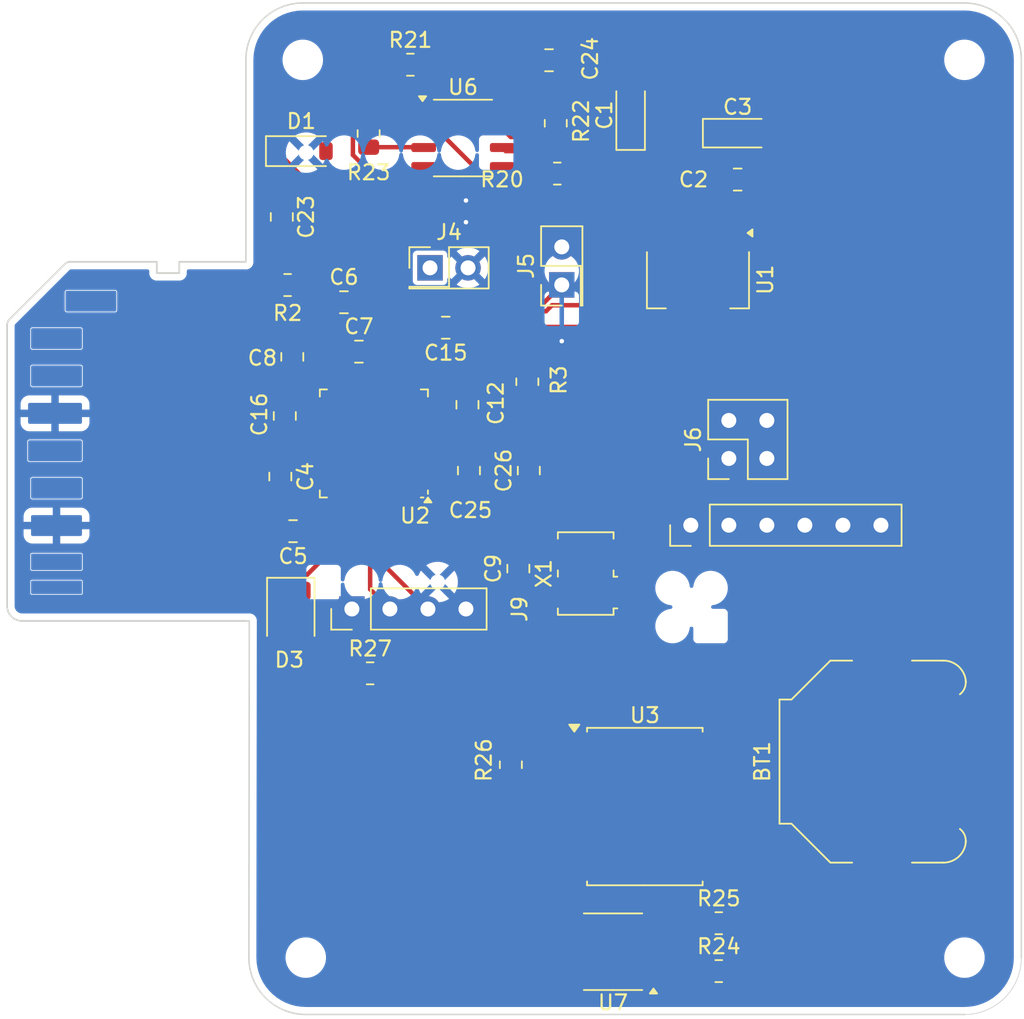
<source format=kicad_pcb>
(kicad_pcb (version 20241229) (generator "pcbnew") (generator_version "9.0")
  (layers (0 "F.Cu" signal) (2 "B.Cu" power) (13 "F.Paste" user) (15 "B.Paste" user) (5 "F.SilkS" user "F.Silkscreen") (7 "B.SilkS" user "B.Silkscreen") (1 "F.Mask" user) (3 "B.Mask" user) (25 "Edge.Cuts" user))
  (net 0 "")
  (net 1 "/Other/VBAT")
  (net 2 "GND")
  (net 3 "+3V3")
  (net 4 "+1V2")
  (net 5 "/VPP_2V5")
  (net 6 "Net-(D3-A)")
  (net 7 "LED0")
  (net 8 "/CDONE")
  (net 9 "/~{CRESET_B}")
  (net 10 "/ICE_SS")
  (net 11 "Net-(J5-Pin_2)")
  (net 12 "/ICE_MISO")
  (net 13 "/FLASH_MISO")
  (net 14 "/FLASH_MOSI")
  (net 15 "/ICE_MOSI")
  (net 16 "/ICE_SCK")
  (net 17 "USER0")
  (net 18 "USER1")
  (net 19 "USER5")
  (net 20 "USER3")
  (net 21 "USER4")
  (net 22 "USER2")
  (net 23 "I2C_SDA")
  (net 24 "I2C_SCL")
  (net 25 "Net-(U2D-VCCPLL)")
  (net 26 "Net-(U6-IO3)")
  (net 27 "Net-(U6-IO2)")
  (net 28 "RTCSQWAVE")
  (net 29 "BUTTON0")
  (net 30 "BLUE0")
  (net 31 "DACCLK")
  (net 32 "BLUE3")
  (net 33 "~{VGABLANK}")
  (net 34 "GREEN3")
  (net 35 "VSYNC")
  (net 37 "BLUE2")
  (net 38 "BLUE1")
  (net 39 "GLOBAL_CLK")
  (net 40 "HSYNC")
  (net 43 "CLK")
  (net 44 "+3.3V")
  (net 45 "CD")
  (net 46 "DAT1")
  (net 47 "CMD")
  (net 48 "DAT0")
  (net 49 "DAT2")
  (footprint "Resistor_SMD:R_0805_2012Metric" (layer "F.Cu") (at 57.9875 75.325)
    (property "Reference" "R21" (at 0 -1.65 0) (layer "F.SilkS"))
    (property "Value" "10K")
    (pad "1" smd roundrect (at -0.9125 0) (size 1.025 1.4) (layers "F.Cu" "F.Mask" "F.Paste") (roundrect_rratio 0.243902) (net 3 "+3V3"))
    (pad "2" smd roundrect (at 0.9125 0) (size 1.025 1.4) (layers "F.Cu" "F.Mask" "F.Paste") (roundrect_rratio 0.243902) (net 11 "Net-(J5-Pin_2)"))
  )
  (footprint "Diode_SMD:D_SOD-123" (layer "F.Cu") (at 50.7 81.1)
    (property "Reference" "D1" (at 0 -2 0) (layer "F.SilkS"))
    (property "Value" "MBR130")
    (pad "1" smd roundrect (at -1.65 0) (size 0.9 1.2) (layers "F.Cu" "F.Mask" "F.Paste") (net 5 "/VPP_2V5"))
    (pad "2" smd roundrect (at 1.65 0) (size 0.9 1.2) (layers "F.Cu" "F.Mask" "F.Paste") (net 3 "+3V3"))
  )
  (footprint "Capacitor_SMD:C_0805_2012Metric" (layer "F.Cu") (at 49.6 98.8 90)
    (property "Reference" "C16" (at 0.1 -1.7 90) (layer "F.SilkS"))
    (property "Value" "10u")
    (pad "1" smd roundrect (at -0.95 0 90) (size 1 1.45) (layers "F.Cu" "F.Mask" "F.Paste") (net 4 "+1V2"))
    (pad "2" smd roundrect (at 0.95 0 90) (size 1 1.45) (layers "F.Cu" "F.Mask" "F.Paste") (net 2 "GND"))
  )
  (footprint "Capacitor_SMD:C_0805_2012Metric" (layer "F.Cu") (at 65.2 109 90)
    (property "Reference" "C9" (at 0 -1.68 90) (layer "F.SilkS"))
    (property "Value" "0.1u")
    (pad "1" smd roundrect (at -0.95 0 90) (size 1 1.45) (layers "F.Cu" "F.Mask" "F.Paste") (net 3 "+3V3"))
    (pad "2" smd roundrect (at 0.95 0 90) (size 1 1.45) (layers "F.Cu" "F.Mask" "F.Paste") (net 2 "GND"))
  )
  (footprint "Package_SO:SOIC-16W_7.5x10.3mm_P1.27mm" (layer "F.Cu") (at 73.65 124.905)
    (property "Reference" "U3" (at 0 -6.1 0) (layer "F.SilkS"))
    (property "Value" "DS3231M")
    (pad "1" smd roundrect (at -4.65 -4.445) (size 2.05 0.6) (layers "F.Cu" "F.Mask" "F.Paste"))
    (pad "2" smd roundrect (at -4.65 -3.175) (size 2.05 0.6) (layers "F.Cu" "F.Mask" "F.Paste") (net 3 "+3V3"))
    (pad "3" smd roundrect (at -4.65 -1.905) (size 2.05 0.6) (layers "F.Cu" "F.Mask" "F.Paste") (net 28 "RTCSQWAVE"))
    (pad "4" smd roundrect (at -4.65 -0.635) (size 2.05 0.6) (layers "F.Cu" "F.Mask" "F.Paste"))
    (pad "5" smd roundrect (at -4.65 0.635) (size 2.05 0.6) (layers "F.Cu" "F.Mask" "F.Paste") (net 2 "GND"))
    (pad "6" smd roundrect (at -4.65 1.905) (size 2.05 0.6) (layers "F.Cu" "F.Mask" "F.Paste") (net 2 "GND"))
    (pad "7" smd roundrect (at -4.65 3.175) (size 2.05 0.6) (layers "F.Cu" "F.Mask" "F.Paste") (net 2 "GND"))
    (pad "8" smd roundrect (at -4.65 4.445) (size 2.05 0.6) (layers "F.Cu" "F.Mask" "F.Paste") (net 2 "GND"))
    (pad "9" smd roundrect (at 4.65 4.445) (size 2.05 0.6) (layers "F.Cu" "F.Mask" "F.Paste") (net 2 "GND"))
    (pad "10" smd roundrect (at 4.65 3.175) (size 2.05 0.6) (layers "F.Cu" "F.Mask" "F.Paste") (net 2 "GND"))
    (pad "11" smd roundrect (at 4.65 1.905) (size 2.05 0.6) (layers "F.Cu" "F.Mask" "F.Paste") (net 2 "GND"))
    (pad "12" smd roundrect (at 4.65 0.635) (size 2.05 0.6) (layers "F.Cu" "F.Mask" "F.Paste") (net 2 "GND"))
    (pad "13" smd roundrect (at 4.65 -0.635) (size 2.05 0.6) (layers "F.Cu" "F.Mask" "F.Paste") (net 2 "GND"))
    (pad "14" smd roundrect (at 4.65 -1.905) (size 2.05 0.6) (layers "F.Cu" "F.Mask" "F.Paste") (net 1 "/Other/VBAT"))
    (pad "15" smd roundrect (at 4.65 -3.175) (size 2.05 0.6) (layers "F.Cu" "F.Mask" "F.Paste") (net 23 "I2C_SDA"))
    (pad "16" smd roundrect (at 4.65 -4.445) (size 2.05 0.6) (layers "F.Cu" "F.Mask" "F.Paste") (net 24 "I2C_SCL"))
  )
  (footprint "Capacitor_Tantalum_SMD:CP_EIA-3216-10_Kemet-I" (layer "F.Cu") (at 79.8475 79.9)
    (property "Reference" "C3" (at 0 -1.75 0) (layer "F.SilkS"))
    (property "Value" "10u")
    (pad "1" smd roundrect (at -1.3525 0) (size 1.415 1.39) (layers "F.Cu" "F.Mask" "F.Paste") (roundrect_rratio 0.179856) (net 4 "+1V2"))
    (pad "2" smd roundrect (at 1.3525 0) (size 1.415 1.39) (layers "F.Cu" "F.Mask" "F.Paste") (roundrect_rratio 0.179856) (net 2 "GND"))
  )
  (footprint "Capacitor_SMD:C_0805_2012Metric" (layer "F.Cu") (at 53.55 91.2)
    (property "Reference" "C6" (at 0 -1.68 0) (layer "F.SilkS"))
    (property "Value" "0.1u")
    (pad "1" smd roundrect (at -0.95 0) (size 1 1.45) (layers "F.Cu" "F.Mask" "F.Paste") (net 5 "/VPP_2V5"))
    (pad "2" smd roundrect (at 0.95 0) (size 1 1.45) (layers "F.Cu" "F.Mask" "F.Paste") (net 2 "GND"))
  )
  (footprint "Package_TO_SOT_SMD:SOT-223-3_TabPin2" (layer "F.Cu") (at 77.2 89.7 -90)
    (property "Reference" "U1" (at 0 -4.5 90) (layer "F.SilkS"))
    (property "Value" "AZ1117-1.2")
    (pad "1" smd roundrect (at -3.15 -2.3 270) (size 2 1.5) (layers "F.Cu" "F.Mask" "F.Paste") (net 2 "GND"))
    (pad "2" smd roundrect (at -3.15 0 270) (size 2 1.5) (layers "F.Cu" "F.Mask" "F.Paste") (net 4 "+1V2"))
    (pad "2" smd roundrect (at 3.15 0 270) (size 2 3.8) (layers "F.Cu" "F.Mask" "F.Paste") (net 4 "+1V2"))
    (pad "3" smd roundrect (at -3.15 2.3 270) (size 2 1.5) (layers "F.Cu" "F.Mask" "F.Paste") (net 3 "+3V3"))
  )
  (footprint "Capacitor_SMD:C_0805_2012Metric" (layer "F.Cu") (at 61.8 98.05 90)
    (property "Reference" "C12" (at 0.1 1.9 90) (layer "F.SilkS"))
    (property "Value" "0.1u")
    (pad "1" smd roundrect (at -0.95 0 90) (size 1 1.45) (layers "F.Cu" "F.Mask" "F.Paste") (net 4 "+1V2"))
    (pad "2" smd roundrect (at 0.95 0 90) (size 1 1.45) (layers "F.Cu" "F.Mask" "F.Paste") (net 2 "GND"))
  )
  (footprint "MountingHole:MountingHole_2.2mm_M2" (layer "F.Cu") (at 51 135)
    (property "Reference" "H3")
    (property "Value" "HOLE")
    (pad "" np_thru_hole circle (at 0 0) (size 2.2 2.2) (drill 2.2) (layers "*.Cu" "*.Mask"))
  )
  (footprint "Oscillator:Oscillator_SMD_SeikoEpson_SG8002LB-4Pin_5.0x3.2mm" (layer "F.Cu") (at 69.7 109.33 90)
    (property "Reference" "X1" (at 0 -2.8 90) (layer "F.SilkS"))
    (property "Value" "MPUOSC")
    (pad "1" smd roundrect (at -1.27 1.1 90) (size 1.6 1.5) (layers "F.Cu" "F.Mask" "F.Paste") (roundrect_rratio 0.166667) (net 3 "+3V3"))
    (pad "2" smd roundrect (at 1.27 1.1 90) (size 1.6 1.5) (layers "F.Cu" "F.Mask" "F.Paste") (roundrect_rratio 0.166667) (net 2 "GND"))
    (pad "3" smd roundrect (at 1.27 -1.1 90) (size 1.6 1.5) (layers "F.Cu" "F.Mask" "F.Paste") (roundrect_rratio 0.166667) (net 39 "GLOBAL_CLK"))
    (pad "4" smd roundrect (at -1.27 -1.1 90) (size 1.6 1.5) (layers "F.Cu" "F.Mask" "F.Paste") (roundrect_rratio 0.166667) (net 3 "+3V3"))
  )
  (footprint "Resistor_SMD:R_0805_2012Metric" (layer "F.Cu") (at 64.7 122.1125 -90)
    (property "Reference" "R26" (at -0.3125 1.8 90) (layer "F.SilkS"))
    (property "Value" "4.7K")
    (pad "1" smd roundrect (at -0.9125 0 270) (size 1.025 1.4) (layers "F.Cu" "F.Mask" "F.Paste") (roundrect_rratio 0.243902) (net 3 "+3V3"))
    (pad "2" smd roundrect (at 0.9125 0 270) (size 1.025 1.4) (layers "F.Cu" "F.Mask" "F.Paste") (roundrect_rratio 0.243902) (net 28 "RTCSQWAVE"))
  )
  (footprint "Connector_PinHeader_2.54mm:PinHeader_1x06_P2.54mm_Vertical" (layer "F.Cu") (at 76.72 106.1 90)
    (property "Reference" "J7")
    (property "Value" "Conn_01x06")
    (pad "1" thru_hole rect (at 0 0 90) (size 1.7 1.7) (drill 1) (layers "*.Cu" "*.Mask") (net 3 "+3V3"))
    (pad "2" thru_hole circle (at 0 2.54 90) (size 1.7 1.7) (drill 1) (layers "*.Cu" "*.Mask") (net 14 "/FLASH_MOSI"))
    (pad "3" thru_hole circle (at 0 5.08 90) (size 1.7 1.7) (drill 1) (layers "*.Cu" "*.Mask") (net 13 "/FLASH_MISO"))
    (pad "4" thru_hole circle (at 0 7.62 90) (size 1.7 1.7) (drill 1) (layers "*.Cu" "*.Mask") (net 16 "/ICE_SCK"))
    (pad "5" thru_hole circle (at 0 10.16 90) (size 1.7 1.7) (drill 1) (layers "*.Cu" "*.Mask") (net 10 "/ICE_SS"))
    (pad "6" thru_hole circle (at 0 12.7 90) (size 1.7 1.7) (drill 1) (layers "*.Cu" "*.Mask") (net 2 "GND"))
  )
  (footprint "Resistor_SMD:R_0805_2012Metric" (layer "F.Cu") (at 78.5875 132.7)
    (property "Reference" "R25" (at 0 -1.65 0) (layer "F.SilkS"))
    (property "Value" "4.7K")
    (pad "1" smd roundrect (at -0.9125 0) (size 1.025 1.4) (layers "F.Cu" "F.Mask" "F.Paste") (roundrect_rratio 0.243902) (net 3 "+3V3"))
    (pad "2" smd roundrect (at 0.9125 0) (size 1.025 1.4) (layers "F.Cu" "F.Mask" "F.Paste") (roundrect_rratio 0.243902) (net 23 "I2C_SDA"))
  )
  (footprint "Connector_PinHeader_2.54mm:PinHeader_2x01_P2.54mm_Vertical" (layer "F.Cu") (at 59.3 88.9)
    (property "Reference" "J4" (at 1.27 -2.38 0) (layer "F.SilkS"))
    (property "Value" "Conn_02x01")
    (pad "1" thru_hole rect (at 0 0) (size 1.7 1.7) (drill 1) (layers "*.Cu" "*.Mask") (net 9 "/~{CRESET_B}"))
    (pad "2" thru_hole circle (at 2.54 0) (size 1.7 1.7) (drill 1) (layers "*.Cu" "*.Mask") (net 2 "GND"))
  )
  (footprint "Capacitor_SMD:C_0805_2012Metric" (layer "F.Cu") (at 50.1 94.85 90)
    (property "Reference" "C8" (at -0.075 -2 0) (layer "F.SilkS"))
    (property "Value" "10n")
    (pad "1" smd roundrect (at -0.95 0 90) (size 1 1.45) (layers "F.Cu" "F.Mask" "F.Paste") (net 3 "+3V3"))
    (pad "2" smd roundrect (at 0.95 0 90) (size 1 1.45) (layers "F.Cu" "F.Mask" "F.Paste") (net 2 "GND"))
  )
  (footprint "Package_DFN_QFN:QFN-48-1EP_7x7mm_P0.5mm_EP5.6x5.6mm" (layer "F.Cu") (at 55.55 100.6375 180)
    (property "Reference" "U2" (at -2.75 -4.83 0) (layer "F.SilkS"))
    (property "Value" "ICE40UP5K-SG48ITR")
    (pad "1" smd roundrect (at -3.4375 -2.75 180) (size 0.875 0.25) (layers "F.Cu" "F.Mask" "F.Paste") (net 3 "+3V3"))
    (pad "2" smd roundrect (at -3.4375 -2.25 180) (size 0.875 0.25) (layers "F.Cu" "F.Mask" "F.Paste") (net 21 "USER4"))
    (pad "3" smd roundrect (at -3.4375 -1.75 180) (size 0.875 0.25) (layers "F.Cu" "F.Mask" "F.Paste") (net 19 "USER5"))
    (pad "4" smd roundrect (at -3.4375 -1.25 180) (size 0.875 0.25) (layers "F.Cu" "F.Mask" "F.Paste"))
    (pad "5" smd roundrect (at -3.4375 -0.75 180) (size 0.875 0.25) (layers "F.Cu" "F.Mask" "F.Paste") (net 4 "+1V2"))
    (pad "6" smd roundrect (at -3.4375 -0.25 180) (size 0.875 0.25) (layers "F.Cu" "F.Mask" "F.Paste"))
    (pad "7" smd roundrect (at -3.4375 0.25 180) (size 0.875 0.25) (layers "F.Cu" "F.Mask" "F.Paste") (net 8 "/CDONE"))
    (pad "8" smd roundrect (at -3.4375 0.75 180) (size 0.875 0.25) (layers "F.Cu" "F.Mask" "F.Paste") (net 9 "/~{CRESET_B}"))
    (pad "9" smd roundrect (at -3.4375 1.25 180) (size 0.875 0.25) (layers "F.Cu" "F.Mask" "F.Paste") (net 40 "HSYNC"))
    (pad "10" smd roundrect (at -3.4375 1.75 180) (size 0.875 0.25) (layers "F.Cu" "F.Mask" "F.Paste") (net 35 "VSYNC"))
    (pad "11" smd roundrect (at -3.4375 2.25 180) (size 0.875 0.25) (layers "F.Cu" "F.Mask" "F.Paste") (net 31 "DACCLK"))
    (pad "12" smd roundrect (at -3.4375 2.75 180) (size 0.875 0.25) (layers "F.Cu" "F.Mask" "F.Paste") (net 32 "BLUE3"))
    (pad "13" smd roundrect (at -2.75 3.4375 180) (size 0.25 0.875) (layers "F.Cu" "F.Mask" "F.Paste") (net 37 "BLUE2"))
    (pad "14" smd roundrect (at -2.25 3.4375 180) (size 0.25 0.875) (layers "F.Cu" "F.Mask" "F.Paste") (net 12 "/ICE_MISO"))
    (pad "15" smd roundrect (at -1.75 3.4375 180) (size 0.25 0.875) (layers "F.Cu" "F.Mask" "F.Paste") (net 16 "/ICE_SCK"))
    (pad "16" smd roundrect (at -1.25 3.4375 180) (size 0.25 0.875) (layers "F.Cu" "F.Mask" "F.Paste") (net 10 "/ICE_SS"))
    (pad "17" smd roundrect (at -0.75 3.4375 180) (size 0.25 0.875) (layers "F.Cu" "F.Mask" "F.Paste") (net 15 "/ICE_MOSI"))
    (pad "18" smd roundrect (at -0.25 3.4375 180) (size 0.25 0.875) (layers "F.Cu" "F.Mask" "F.Paste") (net 38 "BLUE1"))
    (pad "19" smd roundrect (at 0.25 3.4375 180) (size 0.25 0.875) (layers "F.Cu" "F.Mask" "F.Paste") (net 30 "BLUE0"))
    (pad "20" smd roundrect (at 0.75 3.4375 180) (size 0.25 0.875) (layers "F.Cu" "F.Mask" "F.Paste") (net 33 "~{VGABLANK}"))
    (pad "21" smd roundrect (at 1.25 3.4375 180) (size 0.25 0.875) (layers "F.Cu" "F.Mask" "F.Paste") (net 34 "GREEN3"))
    (pad "22" smd roundrect (at 1.75 3.4375 180) (size 0.25 0.875) (layers "F.Cu" "F.Mask" "F.Paste") (net 3 "+3V3"))
    (pad "23" smd roundrect (at 2.25 3.4375 180) (size 0.25 0.875) (layers "F.Cu" "F.Mask" "F.Paste"))
    (pad "24" smd roundrect (at 2.75 3.4375 180) (size 0.25 0.875) (layers "F.Cu" "F.Mask" "F.Paste") (net 5 "/VPP_2V5"))
    (pad "25" smd roundrect (at 3.4375 2.75 180) (size 0.875 0.25) (layers "F.Cu" "F.Mask" "F.Paste"))
    (pad "26" smd roundrect (at 3.4375 2.25 180) (size 0.875 0.25) (layers "F.Cu" "F.Mask" "F.Paste"))
    (pad "27" smd roundrect (at 3.4375 1.75 180) (size 0.875 0.25) (layers "F.Cu" "F.Mask" "F.Paste"))
    (pad "28" smd roundrect (at 3.4375 1.25 180) (size 0.875 0.25) (layers "F.Cu" "F.Mask" "F.Paste"))
    (pad "29" smd roundrect (at 3.4375 0.75 180) (size 0.875 0.25) (layers "F.Cu" "F.Mask" "F.Paste") (net 25 "Net-(U2D-VCCPLL)"))
    (pad "30" smd roundrect (at 3.4375 0.25 180) (size 0.875 0.25) (layers "F.Cu" "F.Mask" "F.Paste") (net 4 "+1V2"))
    (pad "31" smd roundrect (at 3.4375 -0.25 180) (size 0.875 0.25) (layers "F.Cu" "F.Mask" "F.Paste") (net 43 "CLK"))
    (pad "32" smd roundrect (at 3.4375 -0.75 180) (size 0.875 0.25) (layers "F.Cu" "F.Mask" "F.Paste") (net 47 "CMD"))
    (pad "33" smd roundrect (at 3.4375 -1.25 180) (size 0.875 0.25) (layers "F.Cu" "F.Mask" "F.Paste") (net 3 "+3V3"))
    (pad "34" smd roundrect (at 3.4375 -1.75 180) (size 0.875 0.25) (layers "F.Cu" "F.Mask" "F.Paste") (net 48 "DAT0"))
    (pad "35" smd roundrect (at 3.4375 -2.25 180) (size 0.875 0.25) (layers "F.Cu" "F.Mask" "F.Paste") (net 49 "DAT2"))
    (pad "36" smd roundrect (at 3.4375 -2.75 180) (size 0.875 0.25) (layers "F.Cu" "F.Mask" "F.Paste") (net 45 "CD"))
    (pad "37" smd roundrect (at 2.75 -3.4375 180) (size 0.25 0.875) (layers "F.Cu" "F.Mask" "F.Paste") (net 46 "DAT1"))
    (pad "38" smd roundrect (at 2.25 -3.4375 180) (size 0.25 0.875) (layers "F.Cu" "F.Mask" "F.Paste") (net 29 "BUTTON0"))
    (pad "39" smd roundrect (at 1.75 -3.4375 180) (size 0.25 0.875) (layers "F.Cu" "F.Mask" "F.Paste") (net 7 "LED0"))
    (pad "40" smd roundrect (at 1.25 -3.4375 180) (size 0.25 0.875) (layers "F.Cu" "F.Mask" "F.Paste"))
    (pad "41" smd roundrect (at 0.75 -3.4375 180) (size 0.25 0.875) (layers "F.Cu" "F.Mask" "F.Paste"))
    (pad "42" smd roundrect (at 0.25 -3.4375 180) (size 0.25 0.875) (layers "F.Cu" "F.Mask" "F.Paste") (net 23 "I2C_SDA"))
    (pad "43" smd roundrect (at -0.25 -3.4375 180) (size 0.25 0.875) (layers "F.Cu" "F.Mask" "F.Paste") (net 24 "I2C_SCL"))
    (pad "44" smd roundrect (at -0.75 -3.4375 180) (size 0.25 0.875) (layers "F.Cu" "F.Mask" "F.Paste") (net 39 "GLOBAL_CLK"))
    (pad "45" smd roundrect (at -1.25 -3.4375 180) (size 0.25 0.875) (layers "F.Cu" "F.Mask" "F.Paste") (net 17 "USER0"))
    (pad "46" smd roundrect (at -1.75 -3.4375 180) (size 0.25 0.875) (layers "F.Cu" "F.Mask" "F.Paste") (net 18 "USER1"))
    (pad "47" smd roundrect (at -2.25 -3.4375 180) (size 0.25 0.875) (layers "F.Cu" "F.Mask" "F.Paste") (net 22 "USER2"))
    (pad "48" smd roundrect (at -2.75 -3.4375 180) (size 0.25 0.875) (layers "F.Cu" "F.Mask" "F.Paste") (net 20 "USER3"))
    (pad "49" smd rect (at 0 0 180) (size 5.6 5.6) (property pad_prop_heatsink) (layers "F.Cu" "F.Mask") (net 2 "GND"))
  )
  (footprint "Capacitor_SMD:C_0805_2012Metric" (layer "F.Cu") (at 79.85 83)
    (property "Reference" "C2" (at -2.95 0 0) (layer "F.SilkS"))
    (property "Value" "0.1u")
    (pad "1" smd roundrect (at -0.95 0) (size 1 1.45) (layers "F.Cu" "F.Mask" "F.Paste") (net 4 "+1V2"))
    (pad "2" smd roundrect (at 0.95 0) (size 1 1.45) (layers "F.Cu" "F.Mask" "F.Paste") (net 2 "GND"))
  )
  (footprint "LED_SMD:LED_1210_3225Metric" (layer "F.Cu") (at 50 111.9 -90)
    (property "Reference" "D3" (at 3.2 0.1 180) (layer "F.SilkS"))
    (property "Value" "CDONE_LED")
    (pad "1" smd roundrect (at -1.4 0 270) (size 1.25 2.65) (layers "F.Cu" "F.Mask" "F.Paste") (roundrect_rratio 0.2) (net 7 "LED0"))
    (pad "2" smd roundrect (at 1.4 0 270) (size 1.25 2.65) (layers "F.Cu" "F.Mask" "F.Paste") (roundrect_rratio 0.2) (net 6 "Net-(D3-A)"))
  )
  (footprint "Battery:BatteryHolder_Keystone_3000_1x12mm" (layer "F.Cu") (at 89.495 121.9 90)
    (property "Reference" "BT1" (at 0 -8 90) (layer "F.SilkS"))
    (property "Value" "Battery_Cell")
    (pad "1" smd rect (at -7.9 0 90) (size 3.5 3.3) (layers "F.Cu" "F.Mask" "F.Paste") (net 1 "/Other/VBAT"))
    (pad "1" smd rect (at 7.9 0 90) (size 3.5 3.3) (layers "F.Cu" "F.Mask" "F.Paste") (net 1 "/Other/VBAT"))
    (pad "2" smd circle (at 0 0 90) (size 10.2 10.2) (layers "F.Cu" "F.Mask") (net 2 "GND"))
  )
  (footprint "Connector_PinHeader_2.54mm:PinHeader_2x02_P2.54mm_Vertical" (layer "F.Cu") (at 79.26 101.64 90)
    (property "Reference" "J6" (at 1.27 -2.38 90) (layer "F.SilkS"))
    (property "Value" "Conn_02x02_Odd_Even")
    (pad "1" thru_hole rect (at 0 0 90) (size 1.7 1.7) (drill 1) (layers "*.Cu" "*.Mask") (net 14 "/FLASH_MOSI"))
    (pad "2" thru_hole circle (at 2.54 0 90) (size 1.7 1.7) (drill 1) (layers "*.Cu" "*.Mask") (net 12 "/ICE_MISO"))
    (pad "3" thru_hole circle (at 0 2.54 90) (size 1.7 1.7) (drill 1) (layers "*.Cu" "*.Mask") (net 15 "/ICE_MOSI"))
    (pad "4" thru_hole circle (at 2.54 2.54 90) (size 1.7 1.7) (drill 1) (layers "*.Cu" "*.Mask") (net 13 "/FLASH_MISO"))
  )
  (footprint "Resistor_SMD:R_0805_2012Metric" (layer "F.Cu") (at 67.7 79.2375 -90)
    (property "Reference" "R22" (at -0.1375 -1.7 270) (layer "F.SilkS"))
    (property "Value" "10K")
    (pad "1" smd roundrect (at -0.9125 0 270) (size 1.025 1.4) (layers "F.Cu" "F.Mask" "F.Paste") (roundrect_rratio 0.243902) (net 3 "+3V3"))
    (pad "2" smd roundrect (at 0.9125 0 270) (size 1.025 1.4) (layers "F.Cu" "F.Mask" "F.Paste") (roundrect_rratio 0.243902) (net 26 "Net-(U6-IO3)"))
  )
  (footprint "Capacitor_SMD:C_0805_2012Metric" (layer "F.Cu") (at 67.25 75.025)
    (property "Reference" "C24" (at 2.75 -0.1 270) (layer "F.SilkS"))
    (property "Value" "0.1u")
    (pad "1" smd roundrect (at -0.95 0) (size 1 1.45) (layers "F.Cu" "F.Mask" "F.Paste") (net 3 "+3V3"))
    (pad "2" smd roundrect (at 0.95 0) (size 1 1.45) (layers "F.Cu" "F.Mask" "F.Paste") (net 2 "GND"))
  )
  (footprint "Resistor_SMD:R_0805_2012Metric" (layer "F.Cu") (at 55.3 116)
    (property "Reference" "R27" (at 0 -1.65 0) (layer "F.SilkS"))
    (property "Value" "1K")
    (pad "1" smd roundrect (at -0.9125 0) (size 1.025 1.4) (layers "F.Cu" "F.Mask" "F.Paste") (roundrect_rratio 0.243902) (net 6 "Net-(D3-A)"))
    (pad "2" smd roundrect (at 0.9125 0) (size 1.025 1.4) (layers "F.Cu" "F.Mask" "F.Paste") (roundrect_rratio 0.243902) (net 3 "+3V3"))
  )
  (footprint "MountingHole:MountingHole_2.2mm_M2" (layer "F.Cu") (at 95 75)
    (property "Reference" "H1")
    (property "Value" "HOLE")
    (pad "" np_thru_hole circle (at 0 0) (size 2.2 2.2) (drill 2.2) (layers "*.Cu" "*.Mask"))
  )
  (footprint "Resistor_SMD:R_0805_2012Metric" (layer "F.Cu") (at 67.8 82.6 180)
    (property "Reference" "R20" (at 3.6875 -0.4 180) (layer "F.SilkS"))
    (property "Value" "10K")
    (pad "1" smd roundrect (at -0.9125 0 180) (size 1.025 1.4) (layers "F.Cu" "F.Mask" "F.Paste") (roundrect_rratio 0.243902) (net 3 "+3V3"))
    (pad "2" smd roundrect (at 0.9125 0 180) (size 1.025 1.4) (layers "F.Cu" "F.Mask" "F.Paste") (roundrect_rratio 0.243902) (net 16 "/ICE_SCK"))
  )
  (footprint "Resistor_SMD:R_0805_2012Metric" (layer "F.Cu") (at 65.8 96.5125 90)
    (property "Reference" "R3" (at 0.1125 2.1 90) (layer "F.SilkS"))
    (property "Value" "10K")
    (pad "1" smd roundrect (at -0.9125 0 90) (size 1.025 1.4) (layers "F.Cu" "F.Mask" "F.Paste") (roundrect_rratio 0.243902) (net 3 "+3V3"))
    (pad "2" smd roundrect (at 0.9125 0 90) (size 1.025 1.4) (layers "F.Cu" "F.Mask" "F.Paste") (roundrect_rratio 0.243902) (net 9 "/~{CRESET_B}"))
  )
  (footprint "Connector_Card:SD_Card_Device_16mm_SlotDepth" (layer "F.Cu") (at 47.05 100.5 90)
    (property "Reference" "J2" (hide yes))
    (property "Value" "SD_Card_Device")
    (fp_line (start -11 -16) (end 7.792893 -16) (stroke (width 0.12)) (layer "Edge.Cuts"))
    (fp_line (start 8.146447 -15.853553) (end 11.853554 -12.146446) (stroke (width 0.12)) (layer "Edge.Cuts"))
    (fp_line (start 12 -11.792893) (end 12 -6) (stroke (width 0.12)) (layer "Edge.Cuts"))
    (fp_line (start 12 -6) (end 11.25 -6) (stroke (width 0.12)) (layer "Edge.Cuts"))
    (fp_line (start 11.25 -6) (end 11.25 -4.5) (stroke (width 0.12)) (layer "Edge.Cuts"))
    (fp_line (start 12 -4.5) (end 12 -0.05) (stroke (width 0.12)) (layer "Edge.Cuts"))
    (fp_line (start 11.25 -4.5) (end 12 -4.5) (stroke (width 0.12)) (layer "Edge.Cuts"))
    (fp_line (start -12 -0.05) (end -12 -15) (stroke (width 0.12)) (layer "Edge.Cuts"))
    (fp_arc (start 7.792893 -16) (mid 7.984235 -15.96194) (end 8.146447 -15.853553) (stroke (width 0.12)) (layer "Edge.Cuts"))
    (fp_arc (start -12 -15) (mid -11.707107 -15.707107) (end -11 -16) (stroke (width 0.12)) (layer "Edge.Cuts"))
    (fp_arc (start 11.853554 -12.146446) (mid 11.96194 -11.984234) (end 12 -11.792893) (stroke (width 0.12)) (layer "Edge.Cuts"))
    (pad "1" connect roundrect (at 6.875 -12.7 90) (size 1.4 3.4) (layers "B.Cu" "B.Mask") (roundrect_rratio 0.07142857143) (net 45 "CD") (clearance 0.05))
    (pad "2" connect roundrect (at 4.375 -12.7 90) (size 1.4 3.4) (layers "B.Cu" "B.Mask") (roundrect_rratio 0.07142857143) (net 47 "CMD") (clearance 0.05))
    (pad "3" connect roundrect (at 1.875 -12.8 90) (size 1.4 3.6) (layers "B.Cu" "B.Mask") (roundrect_rratio 0.07142857143) (net 2 "GND") (clearance 0.05))
    (pad "4" connect roundrect (at -0.625 -12.8 90) (size 1.4 3.6) (layers "B.Cu" "B.Mask") (roundrect_rratio 0.07142857143) (net 44 "+3.3V") (clearance 0.05))
    (pad "5" connect roundrect (at -3.125 -12.7 90) (size 1.4 3.4) (layers "B.Cu" "B.Mask") (roundrect_rratio 0.07142857143) (net 43 "CLK") (clearance 0.05))
    (pad "6" connect roundrect (at -5.625 -12.7 90) (size 1.4 3.4) (layers "B.Cu" "B.Mask") (roundrect_rratio 0.07142857143) (net 2 "GND") (clearance 0.05))
    (pad "7" connect roundrect (at -8.05 -12.7 90) (size 1.1 3.4) (layers "B.Cu" "B.Mask") (roundrect_rratio 0.07142857143) (net 48 "DAT0") (clearance 0.05))
    (pad "8" connect roundrect (at -9.75 -12.7 90) (size 0.9 3.4) (layers "B.Cu" "B.Mask") (roundrect_rratio 0.07142857143) (net 46 "DAT1") (clearance 0.05))
    (pad "9" connect roundrect (at 9.375 -10.4 90) (size 1.4 3.4) (layers "B.Cu" "B.Mask") (roundrect_rratio 0.07142857143) (net 49 "DAT2") (clearance 0.05))
  )
  (footprint "Capacitor_SMD:C_0805_2012Metric" (layer "F.Cu") (at 49.4 85.5 90)
    (property "Reference" "C23" (at 0 1.625 90) (layer "F.SilkS"))
    (property "Value" "100n")
    (pad "1" smd roundrect (at -0.95 0 90) (size 1 1.45) (layers "F.Cu" "F.Mask" "F.Paste") (net 4 "+1V2"))
    (pad "2" smd roundrect (at 0.95 0 90) (size 1 1.45) (layers "F.Cu" "F.Mask" "F.Paste") (net 2 "GND"))
  )
  (footprint "Capacitor_SMD:C_0805_2012Metric" (layer "F.Cu") (at 54.55 94.5)
    (property "Reference" "C7" (at 0 -1.68 0) (layer "F.SilkS"))
    (property "Value" "0.1u")
    (pad "1" smd roundrect (at -0.95 0) (size 1 1.45) (layers "F.Cu" "F.Mask" "F.Paste") (net 3 "+3V3"))
    (pad "2" smd roundrect (at 0.95 0) (size 1 1.45) (layers "F.Cu" "F.Mask" "F.Paste") (net 2 "GND"))
  )
  (footprint "Resistor_SMD:R_0805_2012Metric" (layer "F.Cu") (at 49.7875 90.05)
    (property "Reference" "R2" (at 0 1.875 0) (layer "F.SilkS"))
    (property "Value" "100")
    (pad "1" smd roundrect (at -0.9125 0) (size 1.025 1.4) (layers "F.Cu" "F.Mask" "F.Paste") (roundrect_rratio 0.243902) (net 4 "+1V2"))
    (pad "2" smd roundrect (at 0.9125 0) (size 1.025 1.4) (layers "F.Cu" "F.Mask" "F.Paste") (roundrect_rratio 0.243902) (net 25 "Net-(U2D-VCCPLL)"))
  )
  (footprint "Package_SO:SOIC-8_3.9x4.9mm_P1.27mm" (layer "F.Cu") (at 71.525 134.605 180)
    (property "Reference" "U7" (at 0 -3.4 0) (layer "F.SilkS"))
    (property "Value" "AT24CS64-SSHM")
    (pad "1" smd roundrect (at -2.475 -1.905 180) (size 1.95 0.6) (layers "F.Cu" "F.Mask" "F.Paste") (net 2 "GND"))
    (pad "2" smd roundrect (at -2.475 -0.635 180) (size 1.95 0.6) (layers "F.Cu" "F.Mask" "F.Paste") (net 2 "GND"))
    (pad "3" smd roundrect (at -2.475 0.635 180) (size 1.95 0.6) (layers "F.Cu" "F.Mask" "F.Paste") (net 2 "GND"))
    (pad "4" smd roundrect (at -2.475 1.905 180) (size 1.95 0.6) (layers "F.Cu" "F.Mask" "F.Paste") (net 2 "GND"))
    (pad "5" smd roundrect (at 2.475 1.905 180) (size 1.95 0.6) (layers "F.Cu" "F.Mask" "F.Paste") (net 23 "I2C_SDA"))
    (pad "6" smd roundrect (at 2.475 0.635 180) (size 1.95 0.6) (layers "F.Cu" "F.Mask" "F.Paste") (net 24 "I2C_SCL"))
    (pad "7" smd roundrect (at 2.475 -0.635 180) (size 1.95 0.6) (layers "F.Cu" "F.Mask" "F.Paste") (net 2 "GND"))
    (pad "8" smd roundrect (at 2.475 -1.905 180) (size 1.95 0.6) (layers "F.Cu" "F.Mask" "F.Paste") (net 3 "+3V3"))
  )
  (footprint "Resistor_SMD:R_0805_2012Metric" (layer "F.Cu") (at 55.2 79.925 -90)
    (property "Reference" "R23" (at 2.6 0 180) (layer "F.SilkS"))
    (property "Value" "10K")
    (pad "1" smd roundrect (at -0.9125 0 270) (size 1.025 1.4) (layers "F.Cu" "F.Mask" "F.Paste") (roundrect_rratio 0.243902) (net 3 "+3V3"))
    (pad "2" smd roundrect (at 0.9125 0 270) (size 1.025 1.4) (layers "F.Cu" "F.Mask" "F.Paste") (roundrect_rratio 0.243902) (net 27 "Net-(U6-IO2)"))
  )
  (footprint "Package_SO:SOP-8_3.9x4.9mm_P1.27mm" (layer "F.Cu") (at 61.5 80.225)
    (property "Reference" "U6" (at 0 -3.4 0) (layer "F.SilkS"))
    (property "Value" "N25Q032A13ESC40F")
    (pad "1" smd roundrect (at -2.625 -1.905) (size 1.65 0.6) (layers "F.Cu" "F.Mask" "F.Paste") (net 11 "Net-(J5-Pin_2)"))
    (pad "2" smd roundrect (at -2.625 -0.635) (size 1.65 0.6) (layers "F.Cu" "F.Mask" "F.Paste") (net 13 "/FLASH_MISO"))
    (pad "3" smd roundrect (at -2.625 0.635) (size 1.65 0.6) (layers "F.Cu" "F.Mask" "F.Paste") (net 27 "Net-(U6-IO2)"))
    (pad "4" smd roundrect (at -2.625 1.905) (size 1.65 0.6) (layers "F.Cu" "F.Mask" "F.Paste") (net 2 "GND"))
    (pad "5" smd roundrect (at 2.625 1.905) (size 1.65 0.6) (layers "F.Cu" "F.Mask" "F.Paste") (net 14 "/FLASH_MOSI"))
    (pad "6" smd roundrect (at 2.625 0.635) (size 1.65 0.6) (layers "F.Cu" "F.Mask" "F.Paste") (net 16 "/ICE_SCK"))
    (pad "7" smd roundrect (at 2.625 -0.635) (size 1.65 0.6) (layers "F.Cu" "F.Mask" "F.Paste") (net 26 "Net-(U6-IO3)"))
    (pad "8" smd roundrect (at 2.625 -1.905) (size 1.65 0.6) (layers "F.Cu" "F.Mask" "F.Paste") (net 3 "+3V3"))
  )
  (footprint "Connector_PinHeader_2.54mm:PinHeader_2x01_P2.54mm_Vertical" (layer "F.Cu") (at 68.1 90.04 90)
    (property "Reference" "J5" (at 1.27 -2.38 90) (layer "F.SilkS"))
    (property "Value" "Conn_02x01")
    (pad "1" thru_hole rect (at 0 0 90) (size 1.7 1.7) (drill 1) (layers "*.Cu" "*.Mask") (net 10 "/ICE_SS"))
    (pad "2" thru_hole circle (at 2.54 0 90) (size 1.7 1.7) (drill 1) (layers "*.Cu" "*.Mask") (net 11 "Net-(J5-Pin_2)"))
  )
  (footprint "Resistor_SMD:R_0805_2012Metric" (layer "F.Cu") (at 78.5875 135.9)
    (property "Reference" "R24" (at 0 -1.65 0) (layer "F.SilkS"))
    (property "Value" "4.7K")
    (pad "1" smd roundrect (at -0.9125 0) (size 1.025 1.4) (layers "F.Cu" "F.Mask" "F.Paste") (roundrect_rratio 0.243902) (net 3 "+3V3"))
    (pad "2" smd roundrect (at 0.9125 0) (size 1.025 1.4) (layers "F.Cu" "F.Mask" "F.Paste") (roundrect_rratio 0.243902) (net 24 "I2C_SCL"))
  )
  (footprint "Connector_PinHeader_2.54mm:PinHeader_1x04_P2.54mm_Vertical" (layer "F.Cu") (at 54.08 111.7 90)
    (property "Reference" "J9" (at 0 11.2 90) (layer "F.SilkS"))
    (property "Value" "Conn_01x04")
    (pad "1" thru_hole rect (at 0 0 90) (size 1.7 1.7) (drill 1) (layers "*.Cu" "*.Mask") (net 3 "+3V3"))
    (pad "2" thru_hole circle (at 0 2.54 90) (size 1.7 1.7) (drill 1) (layers "*.Cu" "*.Mask") (net 23 "I2C_SDA"))
    (pad "3" thru_hole circle (at 0 5.08 90) (size 1.7 1.7) (drill 1) (layers "*.Cu" "*.Mask") (net 24 "I2C_SCL"))
    (pad "4" thru_hole circle (at 0 7.62 90) (size 1.7 1.7) (drill 1) (layers "*.Cu" "*.Mask") (net 2 "GND"))
  )
  (footprint "Capacitor_SMD:C_0805_2012Metric" (layer "F.Cu") (at 60.35 92.9 180)
    (property "Reference" "C15" (at 0 -1.68 0) (layer "F.SilkS"))
    (property "Value" "10n")
    (pad "1" smd roundrect (at -0.95 0 180) (size 1 1.45) (layers "F.Cu" "F.Mask" "F.Paste") (net 4 "+1V2"))
    (pad "2" smd roundrect (at 0.95 0 180) (size 1 1.45) (layers "F.Cu" "F.Mask" "F.Paste") (net 2 "GND"))
  )
  (footprint "Capacitor_SMD:C_0805_2012Metric" (layer "F.Cu") (at 65.9 102.45 90)
    (property "Reference" "C26" (at 0 -1.68 90) (layer "F.SilkS"))
    (property "Value" "10n")
    (pad "1" smd roundrect (at -0.95 0 90) (size 1 1.45) (layers "F.Cu" "F.Mask" "F.Paste") (net 3 "+3V3"))
    (pad "2" smd roundrect (at 0.95 0 90) (size 1 1.45) (layers "F.Cu" "F.Mask" "F.Paste") (net 2 "GND"))
  )
  (footprint "Capacitor_Tantalum_SMD:CP_EIA-3216-10_Kemet-I" (layer "F.Cu") (at 72.7 78.7 90)
    (property "Reference" "C1" (at 0 -1.75 90) (layer "F.SilkS"))
    (property "Value" "10u")
    (pad "1" smd roundrect (at -1.3525 0 90) (size 1.415 1.39) (layers "F.Cu" "F.Mask" "F.Paste") (roundrect_rratio 0.179856) (net 3 "+3V3"))
    (pad "2" smd roundrect (at 1.3525 0 90) (size 1.415 1.39) (layers "F.Cu" "F.Mask" "F.Paste") (roundrect_rratio 0.179856) (net 2 "GND"))
  )
  (footprint "Capacitor_SMD:C_0805_2012Metric" (layer "F.Cu") (at 61.9 102.45 90)
    (property "Reference" "C25" (at -2.65 0.1 180) (layer "F.SilkS"))
    (property "Value" "0.1u")
    (pad "1" smd roundrect (at -0.95 0 90) (size 1 1.45) (layers "F.Cu" "F.Mask" "F.Paste") (net 3 "+3V3"))
    (pad "2" smd roundrect (at 0.95 0 90) (size 1 1.45) (layers "F.Cu" "F.Mask" "F.Paste") (net 2 "GND"))
  )
  (footprint "MountingHole:MountingHole_2.2mm_M2" (layer "F.Cu") (at 50.8 75)
    (property "Reference" "H2")
    (property "Value" "HOLE")
    (pad "" np_thru_hole circle (at 0 0) (size 2.2 2.2) (drill 2.2) (layers "*.Cu" "*.Mask"))
  )
  (footprint "Capacitor_SMD:C_0805_2012Metric" (layer "F.Cu") (at 49.3 102.85 -90)
    (property "Reference" "C4" (at 0 -1.68 90) (layer "F.SilkS"))
    (property "Value" "0.1u")
    (pad "1" smd roundrect (at -0.95 0 270) (size 1 1.45) (layers "F.Cu" "F.Mask" "F.Paste") (net 3 "+3V3"))
    (pad "2" smd roundrect (at 0.95 0 270) (size 1 1.45) (layers "F.Cu" "F.Mask" "F.Paste") (net 2 "GND"))
  )
  (footprint "MountingHole:MountingHole_2.2mm_M2" (layer "F.Cu") (at 95 135)
    (property "Reference" "H4")
    (property "Value" "HOLE")
    (pad "" np_thru_hole circle (at 0 0) (size 2.2 2.2) (drill 2.2) (layers "*.Cu" "*.Mask"))
  )
  (footprint "Capacitor_SMD:C_0805_2012Metric" (layer "F.Cu") (at 50.15 106.5 180)
    (property "Reference" "C5" (at 0 -1.68 0) (layer "F.SilkS"))
    (property "Value" "10n")
    (pad "1" smd roundrect (at -0.95 0 180) (size 1 1.45) (layers "F.Cu" "F.Mask" "F.Paste") (net 3 "+3V3"))
    (pad "2" smd roundrect (at 0.95 0 180) (size 1 1.45) (layers "F.Cu" "F.Mask" "F.Paste") (net 2 "GND"))
  )
  (gr_arc (start 95 71.2) (mid 97.687006 72.312994) (end 98.8 75) (stroke (width 0.1)) (layer "Edge.Cuts"))
  (gr_arc (start 51 138.8) (mid 48.312994 137.687006) (end 47.2 135) (stroke (width 0.1)) (layer "Edge.Cuts"))
  (gr_line (start 98.8 135) (end 98.8 75) (stroke (width 0.1)) (layer "Edge.Cuts"))
  (gr_arc (start 98.8 135) (mid 97.687006 137.687006) (end 95 138.8) (stroke (width 0.05)) (layer "Edge.Cuts"))
  (gr_line (start 47.23 112.5) (end 47 112.5) (stroke (width 0.1)) (layer "Edge.Cuts"))
  (gr_line (start 47.2 135) (end 47.23 112.5) (stroke (width 0.1)) (layer "Edge.Cuts"))
  (gr_line (start 47 74.998693) (end 47 88.505) (stroke (width 0.1)) (layer "Edge.Cuts"))
  (gr_line (start 51 138.8) (end 95 138.8) (stroke (width 0.1)) (layer "Edge.Cuts"))
  (gr_arc (start 47 74.998693) (mid 48.112611 72.312611) (end 50.798693 71.2) (stroke (width 0.1)) (layer "Edge.Cuts"))
  (gr_line (start 50.8 71.2) (end 95 71.2) (stroke (width 0.1)) (layer "Edge.Cuts"))
  (segment (start 71.6 132.6) (end 71.5 132.6) (width 0.3) (layer "B.Cu") (net 0))
  (segment (start 76.924 122.091678) (end 76.924 120.098322) (width 0.3) (layer "F.Cu") (net 1))
  (segment (start 79.71752 119.809) (end 84.044 124.13548) (width 0.3) (layer "F.Cu") (net 1))
  (segment (start 77.213322 119.809) (end 79.71752 119.809) (width 0.3) (layer "F.Cu") (net 1))
  (segment (start 77.832322 123) (end 76.924 122.091678) (width 0.3) (layer "F.Cu") (net 1))
  (segment (start 84.044 124.349) (end 89.495 129.8) (width 0.3) (layer "F.Cu") (net 1))
  (segment (start 84.044 124.13548) (end 84.044 124.349) (width 0.3) (layer "F.Cu") (net 1))
  (segment (start 78.3 123) (end 77.832322 123) (width 0.3) (layer "F.Cu") (net 1))
  (segment (start 76.924 120.098322) (end 77.213322 119.809) (width 0.3) (layer "F.Cu") (net 1))
  (segment (start 58.9875 103.3875) (end 61.8875 103.3875) (width 0.3) (layer "F.Cu") (net 3))
  (segment (start 64.125 78.32) (end 64.125 75.15) (width 0.3) (layer "F.Cu") (net 3))
  (segment (start 61.8875 103.3875) (end 61.9 103.4) (width 0.3) (layer "F.Cu") (net 3))
  (segment (start 47.9 104.2) (end 49.1 105.4) (width 0.3) (layer "F.Cu") (net 3))
  (segment (start 49.1 105.4) (end 51.1 105.4) (width 0.3) (layer "F.Cu") (net 3))
  (segment (start 51.1 105.4) (end 51.1 106.5) (width 0.3) (layer "F.Cu") (net 3))
  (segment (start 49.3 101.9) (end 48.4 101.9) (width 0.3) (layer "F.Cu") (net 3))
  (segment (start 64.125 75.15) (end 64.1 75.125) (width 0.3) (layer "F.Cu") (net 3))
  (segment (start 47.9 102.4) (end 47.9 104.2) (width 0.3) (layer "F.Cu") (net 3))
  (segment (start 64.2 75.025) (end 66.3 75.025) (width 0.3) (layer "F.Cu") (net 3))
  (segment (start 61.9 103.4) (end 65.9 103.4) (width 0.3) (layer "F.Cu") (net 3))
  (segment (start 64.1 75.125) (end 64.2 75.025) (width 0.3) (layer "F.Cu") (net 3))
  (segment (start 48.4 101.9) (end 47.9 102.4) (width 0.3) (layer "F.Cu") (net 3))
  (segment (start 52.1125 101.8875) (end 49.4125 101.8875) (width 0.3) (layer "F.Cu") (net 3))
  (segment (start 47.9 99.7) (end 47.9 91.025) (width 0.3) (layer "F.Cu") (net 4))
  (segment (start 61.3 92.9) (end 61.35 92.85) (width 0.3) (layer "F.Cu") (net 4))
  (segment (start 78.9 83) (end 78.9 80.305) (width 0.3) (layer "F.Cu") (net 4))
  (segment (start 77.2 86.55) (end 77.2 84.7) (width 0.3) (layer "F.Cu") (net 4))
  (segment (start 78.9 80.305) (end 78.495 79.9) (width 0.3) (layer "F.Cu") (net 4))
  (segment (start 52.1125 100.3875) (end 50.2375 100.3875) (width 0.3) (layer "F.Cu") (net 4))
  (segment (start 63 94.6) (end 61.3 92.9) (width 0.3) (layer "F.Cu") (net 4))
  (segment (start 77.2 84.7) (end 78.9 83) (width 0.3) (layer "F.Cu") (net 4))
  (segment (start 58.9875 101.3875) (end 59.51151 101.3875) (width 0.3) (layer "F.Cu") (net 4))
  (segment (start 61.8 99) (end 63 97.8) (width 0.3) (layer "F.Cu") (net 4))
  (segment (start 63 97.8) (end 63 94.6) (width 0.3) (layer "F.Cu") (net 4))
  (segment (start 49.4 86.45) (end 48.875 86.975) (width 0.3) (layer "F.Cu") (net 4))
  (segment (start 61.8 99.09901) (end 61.8 99) (width 0.3) (layer "F.Cu") (net 4))
  (segment (start 48.875 86.975) (end 48.875 90.05) (width 0.3) (layer "F.Cu") (net 4))
  (segment (start 50.2375 100.3875) (end 49.6 99.75) (width 0.3) (layer "F.Cu") (net 4))
  (segment (start 47.95 99.75) (end 47.9 99.7) (width 0.3) (layer "F.Cu") (net 4))
  (segment (start 61.35 92.85) (end 77.2 92.85) (width 0.3) (layer "F.Cu") (net 4))
  (segment (start 47.9 91.025) (end 48.875 90.05) (width 0.3) (layer "F.Cu") (net 4))
  (segment (start 59.51151 101.3875) (end 61.8 99.09901) (width 0.3) (layer "F.Cu") (net 4))
  (segment (start 49.6 99.75) (end 47.95 99.75) (width 0.3) (layer "F.Cu") (net 4))
  (segment (start 52.6 91.2) (end 52.6 97) (width 0.3) (layer "F.Cu") (net 5))
  (segment (start 52.6 91.2) (end 52.6 84.65) (width 0.3) (layer "F.Cu") (net 5))
  (segment (start 52.6 97) (end 52.8 97.2) (width 0.3) (layer "F.Cu") (net 5))
  (segment (start 52.6 84.65) (end 49.05 81.1) (width 0.3) (layer "F.Cu") (net 5))
  (segment (start 51.6875 113.3) (end 54.3875 116) (width 0.3) (layer "F.Cu") (net 6))
  (segment (start 50 113.3) (end 51.6875 113.3) (width 0.3) (layer "F.Cu") (net 6))
  (segment (start 53.8 106.7) (end 53.8 104.075) (width 0.3) (layer "F.Cu") (net 7))
  (segment (start 50 110.5) (end 53.8 106.7) (width 0.3) (layer "F.Cu") (net 7))
  (segment (start 66.542 95.6) (end 65.8 95.6) (width 0.3) (layer "F.Cu") (net 9))
  (segment (start 59.3 86.1) (end 59.4 86) (width 0.3) (layer "F.Cu") (net 9))
  (segment (start 76.618 108.4) (end 86.8 108.4) (width 0.3) (layer "F.Cu") (net 10))
  (segment (start 68.1 93.8) (end 68.1 99.882) (width 0.3) (layer "F.Cu") (net 10))
  (segment (start 68.1 99.882) (end 76.618 108.4) (width 0.3) (layer "F.Cu") (net 10))
  (segment (start 86.8 108.4) (end 86.88 108.32) (width 0.3) (layer "F.Cu") (net 10))
  (segment (start 57.3 91.3) (end 66.84 91.3) (width 0.3) (layer "F.Cu") (net 10))
  (segment (start 66.84 91.3) (end 68.1 90.04) (width 0.3) (layer "F.Cu") (net 10))
  (segment (start 57.2 95.7) (end 57.2 91.4) (width 0.3) (layer "F.Cu") (net 10))
  (segment (start 56.8 96.1) (end 57.2 95.7) (width 0.3) (layer "F.Cu") (net 10))
  (segment (start 56.8 97.2) (end 56.8 96.1) (width 0.3) (layer "F.Cu") (net 10))
  (segment (start 86.88 108.32) (end 86.88 106.1) (width 0.3) (layer "F.Cu") (net 10))
  (segment (start 57.2 91.4) (end 57.3 91.3) (width 0.3) (layer "F.Cu") (net 10))
  (via (at 68.1 93.8) (size 0.6) (drill 0.3) (layers "F.Cu" "B.Cu") (net 10))
  (segment (start 68.1 90.04) (end 68.1 93.8) (width 0.3) (layer "B.Cu") (net 10))
  (segment (start 66.45 85.85) (end 61.7 85.85) (width 0.3) (layer "F.Cu") (net 11))
  (segment (start 58.255 77.7) (end 58.875 78.32) (width 0.3) (layer "F.Cu") (net 11))
  (segment (start 54.6 77.7) (end 58.255 77.7) (width 0.3) (layer "F.Cu") (net 11))
  (segment (start 68.1 87.5) (end 66.45 85.85) (width 0.3) (layer "F.Cu") (net 11))
  (segment (start 58.875 75.35) (end 58.9 75.325) (width 0.3) (layer "F.Cu") (net 11))
  (segment (start 57.19313 84.4) (end 54.149 81.35587) (width 0.3) (layer "F.Cu") (net 11))
  (segment (start 61.7 84.4) (end 57.19313 84.4) (width 0.3) (layer "F.Cu") (net 11))
  (segment (start 58.875 78.32) (end 58.875 75.35) (width 0.3) (layer "F.Cu") (net 11))
  (segment (start 54.149 78.151) (end 54.6 77.7) (width 0.3) (layer "F.Cu") (net 11))
  (segment (start 54.149 81.35587) (end 54.149 78.151) (width 0.3) (layer "F.Cu") (net 11))
  (via (at 61.7 85.85) (size 0.6) (drill 0.3) (layers "F.Cu" "B.Cu") (net 11))
  (via (at 61.7 84.4) (size 0.6) (drill 0.3) (layers "F.Cu" "B.Cu") (net 11))
  (segment (start 61.7 85.85) (end 61.7 84.4) (width 0.3) (layer "B.Cu") (net 11))
  (segment (start 57.899 91.801) (end 57.8 91.9) (width 0.3) (layer "F.Cu") (net 12))
  (segment (start 79.5 98.86) (end 79.5 91.7) (width 0.3) (layer "F.Cu") (net 12))
  (segment (start 79.2 91.4) (end 67.44852 91.4) (width 0.3) (layer "F.Cu") (net 12))
  (segment (start 67.44852 91.4) (end 67.047521 91.801) (width 0.3) (layer "F.Cu") (net 12))
  (segment (start 57.8 91.9) (end 57.8 97.2) (width 0.3) (layer "F.Cu") (net 12))
  (segment (start 79.26 99.1) (end 79.5 98.86) (width 0.3) (layer "F.Cu") (net 12))
  (segment (start 67.047521 91.801) (end 57.899 91.801) (width 0.3) (layer "F.Cu") (net 12))
  (segment (start 79.5 91.7) (end 79.2 91.4) (width 0.3) (layer "F.Cu") (net 12))
  (segment (start 84.3 94.89148) (end 79.40752 89.999) (width 0.3) (layer "F.Cu") (net 13))
  (segment (start 84.3 103.6) (end 84.3 94.89148) (width 0.3) (layer "F.Cu") (net 13))
  (segment (start 79.40752 89.999) (end 74.648752 89.999) (width 0.3) (layer "F.Cu") (net 13))
  (segment (start 81.93 99.09) (end 82.16 98.86) (width 0.3) (layer "F.Cu") (net 13))
  (segment (start 80.599 104.899) (end 81.8 106.1) (width 0.3) (layer "F.Cu") (net 13))
  (segment (start 64.410999 84.301) (end 59.699999 79.59) (width 0.3) (layer "F.Cu") (net 13))
  (segment (start 81.97 106.5) (end 81.711529 106.5) (width 0.3) (layer "F.Cu") (net 13))
  (segment (start 68.950752 84.301) (end 64.410999 84.301) (width 0.3) (layer "F.Cu") (net 13))
  (segment (start 80.599 100.301) (end 80.599 104.899) (width 0.3) (layer "F.Cu") (net 13))
  (segment (start 81.8 106.1) (end 84.3 103.6) (width 0.3) (layer "F.Cu") (net 13))
  (segment (start 59.699999 79.59) (end 58.875 79.59) (width 0.3) (layer "F.Cu") (net 13))
  (segment (start 74.648752 89.999) (end 68.950752 84.301) (width 0.3) (layer "F.Cu") (net 13))
  (segment (start 81.8 99.1) (end 80.599 100.301) (width 0.3) (layer "F.Cu") (net 13))
  (segment (start 79.26 106.1) (end 79.26 101.64) (width 0.3) (layer "F.Cu") (net 14))
  (segment (start 79.6 89.3) (end 85.4 95.1) (width 0.3) (layer "F.Cu") (net 14))
  (segment (start 64.125 82.13) (end 64.125 82.525) (width 0.3) (layer "F.Cu") (net 14))
  (segment (start 83.001 106.597471) (end 82.297471 107.301) (width 0.3) (layer "F.Cu") (net 14))
  (segment (start 82.297471 107.301) (end 80.461 107.301) (width 0.3) (layer "F.Cu") (net 14))
  (segment (start 83.001 105.7) (end 83.001 106.597471) (width 0.3) (layer "F.Cu") (net 14))
  (segment (start 69.2 83.8) (end 74.7 89.3) (width 0.3) (layer "F.Cu") (net 14))
  (segment (start 85.4 103.301) (end 83.001 105.7) (width 0.3) (layer "F.Cu") (net 14))
  (segment (start 65.4 83.8) (end 69.2 83.8) (width 0.3) (layer "F.Cu") (net 14))
  (segment (start 80.461 107.301) (end 79.26 106.1) (width 0.3) (layer "F.Cu") (net 14))
  (segment (start 64.125 82.525) (end 65.4 83.8) (width 0.3) (layer "F.Cu") (net 14))
  (segment (start 74.7 89.3) (end 79.6 89.3) (width 0.3) (layer "F.Cu") (net 14))
  (segment (start 85.4 95.1) (end 85.4 103.301) (width 0.3) (layer "F.Cu") (net 14))
  (segment (start 55.8 96.3) (end 55.8 95.8) (width 0.3) (layer "F.Cu") (net 15))
  (segment (start 83.361 94.661) (end 83.361 100.199) (width 0.3) (layer "F.Cu") (net 15))
  (segment (start 56.39148 95.8) (end 56.6 95.59148) (width 0.3) (layer "F.Cu") (net 15))
  (segment (start 74.441232 90.5) (end 79.2 90.5) (width 0.3) (layer "F.Cu") (net 15))
  (segment (start 56.6 86) (end 57.4 85.2) (width 0.3) (layer "F.Cu") (net 15))
  (segment (start 57.4 85.2) (end 69.141232 85.2) (width 0.3) (layer "F.Cu") (net 15))
  (segment (start 56.6 95.59148) (end 56.6 86) (width 0.3) (layer "F.Cu") (net 15))
  (segment (start 55.92401 96.3) (end 55.8 96.3) (width 0.3) (layer "F.Cu") (net 15))
  (segment (start 83.361 100.199) (end 82.16 101.4) (width 0.3) (layer "F.Cu") (net 15))
  (segment (start 79.2 90.5) (end 83.361 94.661) (width 0.3) (layer "F.Cu") (net 15))
  (segment (start 56.3 97.2) (end 56.3 96.67599) (width 0.3) (layer "F.Cu") (net 15))
  (segment (start 69.141232 85.2) (end 74.441232 90.5) (width 0.3) (layer "F.Cu") (net 15))
  (segment (start 56.3 96.67599) (end 55.92401 96.3) (width 0.3) (layer "F.Cu") (net 15))
  (segment (start 55.8 95.8) (end 56.39148 95.8) (width 0.3) (layer "F.Cu") (net 15))
  (segment (start 86.382529 95.374009) (end 86.382529 104.057471) (width 0.3) (layer "F.Cu") (net 16))
  (segment (start 77.42228 88.799) (end 79.80752 88.799) (width 0.3) (layer "F.Cu") (net 16))
  (segment (start 66.9 81.1) (end 71.7 81.1) (width 0.3) (layer "F.Cu") (net 16))
  (segment (start 71.8 81) (end 76.099 85.299) (width 0.3) (layer "F.Cu") (net 16))
  (segment (start 76.099 87.47572) (end 77.42228 88.799) (width 0.3) (layer "F.Cu") (net 16))
  (segment (start 76.099 85.299) (end 76.099 87.47572) (width 0.3) (layer "F.Cu") (net 16))
  (segment (start 71.7 81.1) (end 71.8 81) (width 0.3) (layer "F.Cu") (net 16))
  (segment (start 66.8875 81.1125) (end 66.9 81.1) (width 0.3) (layer "F.Cu") (net 16))
  (segment (start 64.365 81.1) (end 66.9 81.1) (width 0.3) (layer "F.Cu") (net 16))
  (segment (start 79.80752 88.799) (end 86.382529 95.374009) (width 0.3) (layer "F.Cu") (net 16))
  (segment (start 66.8875 82.6) (end 66.8875 81.1125) (width 0.3) (layer "F.Cu") (net 16))
  (segment (start 86.382529 104.057471) (end 84.34 106.1) (width 0.3) (layer "F.Cu") (net 16))
  (segment (start 64.125 80.86) (end 64.365 81.1) (width 0.3) (layer "F.Cu") (net 16))
  (segment (start 57.9 132.7) (end 69.05 132.7) (width 0.3) (layer "F.Cu") (net 23))
  (segment (start 57.5 132.6) (end 57.8 132.6) (width 0.3) (layer "F.Cu") (net 23))
  (segment (start 79.5 132.7) (end 79.7 132.5) (width 0.3) (layer "F.Cu") (net 23))
  (segment (start 79.7 132.5) (end 79.7 122.4) (width 0.3) (layer "F.Cu") (net 23))
  (segment (start 55.3 110.38) (end 56.62 111.7) (width 0.3) (layer "F.Cu") (net 23))
  (segment (start 56.62 111.7) (end 57.5 112.58) (width 0.3) (layer "F.Cu") (net 23))
  (segment (start 79.7 122.4) (end 79.03 121.73) (width 0.3) (layer "F.Cu") (net 23))
  (segment (start 57.8 132.6) (end 57.9 132.7) (width 0.3) (layer "F.Cu") (net 23))
  (segment (start 55.3 104.075) (end 55.3 110.38) (width 0.3) (layer "F.Cu") (net 23))
  (segment (start 57.5 112.58) (end 57.5 132.6) (width 0.3) (layer "F.Cu") (net 23))
  (segment (start 79.03 121.73) (end 78.3 121.73) (width 0.3) (layer "F.Cu") (net 23))
  (segment (start 79.66 120.46) (end 78.3 120.46) (width 0.3) (layer "F.Cu") (net 24))
  (segment (start 55.8 108.34) (end 59.16 111.7) (width 0.3) (layer "F.Cu") (net 24))
  (segment (start 59.16 111.7) (end 58.9 111.96) (width 0.3) (layer "F.Cu") (net 24))
  (segment (start 58.9 111.96) (end 58.9 131.9) (width 0.3) (layer "F.Cu") (net 24))
  (segment (start 70.2 131.6) (end 70.6 132) (width 0.3) (layer "F.Cu") (net 24))
  (segment (start 59.2 131.6) (end 70.2 131.6) (width 0.3) (layer "F.Cu") (net 24))
  (segment (start 70.6 133.84) (end 70.47 133.97) (width 0.3) (layer "F.Cu") (net 24))
  (segment (start 55.8 104.075) (end 55.8 108.34) (width 0.3) (layer "F.Cu") (net 24))
  (segment (start 80.3635 135.0365) (end 80.3635 121.1635) (width 0.3) (layer "F.Cu") (net 24))
  (segment (start 80.3635 121.1635) (end 79.66 120.46) (width 0.3) (layer "F.Cu") (net 24))
  (segment (start 70.6 132) (end 70.6 133.84) (width 0.3) (layer "F.Cu") (net 24))
  (segment (start 70.47 133.97) (end 69.05 133.97) (width 0.3) (layer "F.Cu") (net 24))
  (segment (start 79.5 135.9) (end 80.3635 135.0365) (width 0.3) (layer "F.Cu") (net 24))
  (segment (start 58.9 131.9) (end 59.2 131.6) (width 0.3) (layer "F.Cu") (net 24))
  (segment (start 51.176 99.47501) (end 51.176 90.526) (width 0.3) (layer "F.Cu") (net 25))
  (segment (start 52.1125 99.8875) (end 51.58849 99.8875) (width 0.3) (layer "F.Cu") (net 25))
  (segment (start 51.176 90.526) (end 50.7 90.05) (width 0.3) (layer "F.Cu") (net 25))
  (segment (start 51.58849 99.8875) (end 51.176 99.47501) (width 0.3) (layer "F.Cu") (net 25))
  (segment (start 67.7 80.15) (end 64.685 80.15) (width 0.3) (layer "F.Cu") (net 26))
  (segment (start 64.685 80.15) (end 64.125 79.59) (width 0.3) (layer "F.Cu") (net 26))
  (segment (start 58.8525 80.8375) (end 58.875 80.86) (width 0.3) (layer "F.Cu") (net 27))
  (segment (start 55.2 80.8375) (end 58.8525 80.8375) (width 0.3) (layer "F.Cu") (net 27))
  (segment (start 68.975 123.025) (end 69 123) (width 0.3) (layer "F.Cu") (net 28))
  (segment (start 64.7 123.025) (end 68.975 123.025) (width 0.3) (layer "F.Cu") (net 28))
  (segment (start 67.399 106.859) (end 58.55999 106.859) (width 0.3) (layer "F.Cu") (net 39))
  (segment (start 56.3 104.59901) (end 56.3 104.075) (width 0.3) (layer "F.Cu") (net 39))
  (segment (start 58.55999 106.859) (end 56.3 104.59901) (width 0.3) (layer "F.Cu") (net 39))
  (segment (start 68.6 108.06) (end 67.399 106.859) (width 0.3) (layer "F.Cu") (net 39))
  (zone (net 2) (net_name "GND") (layer "B.Cu") (connect_pads (clearance 0.3)) (min_thickness 0.25) (fill yes (thermal_gap 0.5) (thermal_bridge_width 0.5))
    (polygon (pts (xy 47 71) (xy 99 71) (xy 98.9 139.1) (xy 47.3 138.8) (xy 47.2 112.5) (xy 31 112.45) (xy 31 92.5) (xy 35 88.5) (xy 41 88.55) (xy 41 89.3) (xy 42.6 89.3) (xy 42.6 88.55) (xy 46.95 88.55) (xy 47 82.3)))
  )
)
</source>
